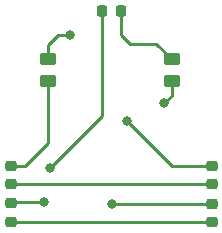
<source format=gtl>
G04 #@! TF.GenerationSoftware,KiCad,Pcbnew,(6.0.0)*
G04 #@! TF.CreationDate,2021-12-31T14:26:10+01:00*
G04 #@! TF.ProjectId,marklin-v100-led-front-pcb,6d61726b-6c69-46e2-9d76-3130302d6c65,0.1*
G04 #@! TF.SameCoordinates,Original*
G04 #@! TF.FileFunction,Copper,L1,Top*
G04 #@! TF.FilePolarity,Positive*
%FSLAX46Y46*%
G04 Gerber Fmt 4.6, Leading zero omitted, Abs format (unit mm)*
G04 Created by KiCad (PCBNEW (6.0.0)) date 2021-12-31 14:26:10*
%MOMM*%
%LPD*%
G01*
G04 APERTURE LIST*
G04 Aperture macros list*
%AMRoundRect*
0 Rectangle with rounded corners*
0 $1 Rounding radius*
0 $2 $3 $4 $5 $6 $7 $8 $9 X,Y pos of 4 corners*
0 Add a 4 corners polygon primitive as box body*
4,1,4,$2,$3,$4,$5,$6,$7,$8,$9,$2,$3,0*
0 Add four circle primitives for the rounded corners*
1,1,$1+$1,$2,$3*
1,1,$1+$1,$4,$5*
1,1,$1+$1,$6,$7*
1,1,$1+$1,$8,$9*
0 Add four rect primitives between the rounded corners*
20,1,$1+$1,$2,$3,$4,$5,0*
20,1,$1+$1,$4,$5,$6,$7,0*
20,1,$1+$1,$6,$7,$8,$9,0*
20,1,$1+$1,$8,$9,$2,$3,0*%
G04 Aperture macros list end*
G04 #@! TA.AperFunction,SMDPad,CuDef*
%ADD10RoundRect,0.250000X-0.450000X0.262500X-0.450000X-0.262500X0.450000X-0.262500X0.450000X0.262500X0*%
G04 #@! TD*
G04 #@! TA.AperFunction,SMDPad,CuDef*
%ADD11RoundRect,0.218750X-0.218750X-0.256250X0.218750X-0.256250X0.218750X0.256250X-0.218750X0.256250X0*%
G04 #@! TD*
G04 #@! TA.AperFunction,SMDPad,CuDef*
%ADD12RoundRect,0.218750X0.256250X-0.218750X0.256250X0.218750X-0.256250X0.218750X-0.256250X-0.218750X0*%
G04 #@! TD*
G04 #@! TA.AperFunction,SMDPad,CuDef*
%ADD13RoundRect,0.218750X-0.256250X0.218750X-0.256250X-0.218750X0.256250X-0.218750X0.256250X0.218750X0*%
G04 #@! TD*
G04 #@! TA.AperFunction,SMDPad,CuDef*
%ADD14RoundRect,0.250000X0.450000X-0.262500X0.450000X0.262500X-0.450000X0.262500X-0.450000X-0.262500X0*%
G04 #@! TD*
G04 #@! TA.AperFunction,ViaPad*
%ADD15C,0.800000*%
G04 #@! TD*
G04 #@! TA.AperFunction,Conductor*
%ADD16C,0.250000*%
G04 #@! TD*
G04 APERTURE END LIST*
D10*
X98640000Y-65245000D03*
X98640000Y-67070000D03*
D11*
X103265000Y-61157500D03*
X104840000Y-61157500D03*
D12*
X95540000Y-75832500D03*
X95540000Y-74257500D03*
D13*
X112540000Y-74270000D03*
X112540000Y-75845000D03*
D12*
X95540000Y-78982500D03*
X95540000Y-77407500D03*
D13*
X112540000Y-77470000D03*
X112540000Y-79045000D03*
D14*
X109140000Y-67070000D03*
X109140000Y-65245000D03*
D15*
X98840000Y-74457500D03*
X98340000Y-77357500D03*
X100540000Y-63157500D03*
X108540000Y-68957500D03*
X104140000Y-77457500D03*
X105340000Y-70457500D03*
D16*
X95590000Y-77357500D02*
X95540000Y-77407500D01*
X98340000Y-77357500D02*
X95590000Y-77357500D01*
X103265000Y-70032500D02*
X98840000Y-74457500D01*
X103265000Y-61157500D02*
X103265000Y-70032500D01*
X107852500Y-63957500D02*
X105640000Y-63957500D01*
X105640000Y-63957500D02*
X104840000Y-63157500D01*
X104840000Y-63157500D02*
X104840000Y-61157500D01*
X109140000Y-65245000D02*
X107852500Y-63957500D01*
X95540000Y-78982500D02*
X112477500Y-78982500D01*
X112477500Y-78982500D02*
X112540000Y-79045000D01*
X109140000Y-68357500D02*
X108540000Y-68957500D01*
X99540000Y-63157500D02*
X98640000Y-64057500D01*
X98640000Y-64057500D02*
X98640000Y-65245000D01*
X100540000Y-63157500D02*
X99540000Y-63157500D01*
X109140000Y-67070000D02*
X109140000Y-68357500D01*
X95540000Y-75832500D02*
X112527500Y-75832500D01*
X112527500Y-75832500D02*
X112540000Y-75845000D01*
X98640000Y-67070000D02*
X98640000Y-72357500D01*
X96740000Y-74257500D02*
X95540000Y-74257500D01*
X98640000Y-72357500D02*
X96740000Y-74257500D01*
X104140000Y-77457500D02*
X112527500Y-77457500D01*
X112527500Y-77457500D02*
X112540000Y-77470000D01*
X105340000Y-70457500D02*
X109152500Y-74270000D01*
X109152500Y-74270000D02*
X112540000Y-74270000D01*
M02*

</source>
